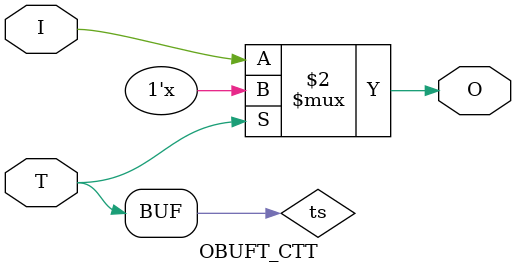
<source format=v>

/*

FUNCTION	: TRI-STATE OUTPUT BUFFER

*/

`celldefine
`timescale  100 ps / 10 ps

module OBUFT_CTT (O, I, T);

    output O;

    input  I, T;

    or O1 (ts, 1'b0, T);
    bufif0 T1 (O, I, ts);

endmodule

</source>
